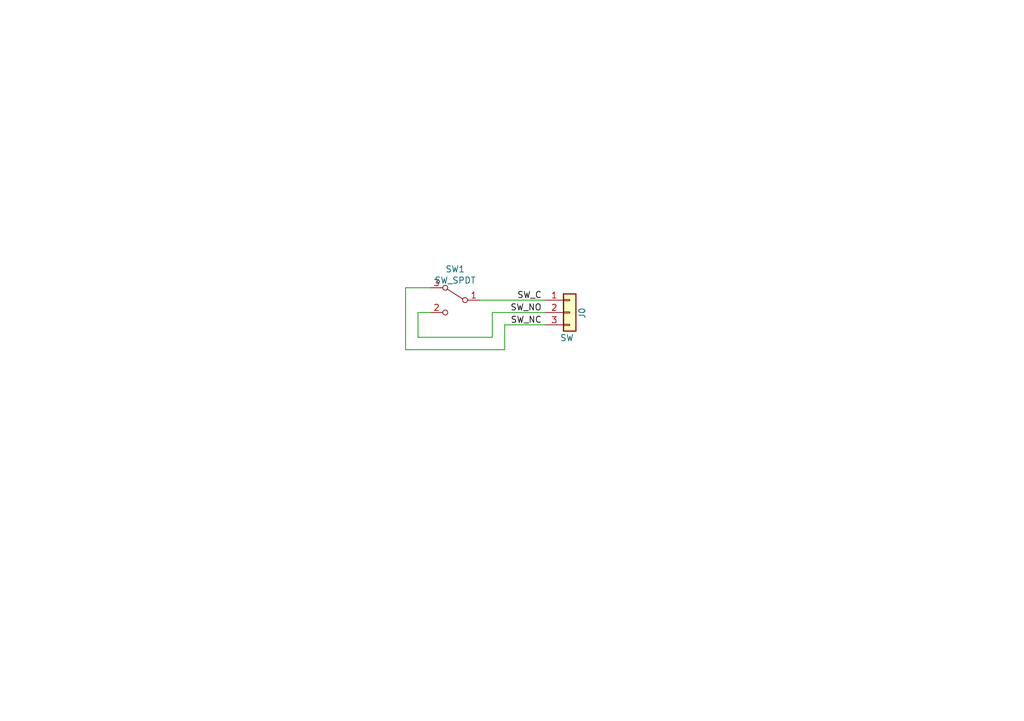
<source format=kicad_sch>
(kicad_sch (version 20210126) (generator eeschema)
  (paper "A5")
  (title_block (title "sammy") (date "2021-04-10") (rev "r0.1") (company "openinput                                       https://github.com/perigoso/openinput-hw") (comment 2 "This source describes Open Hardware and is licensed under the CERN-OHL-Pv2") (comment 4 "Copyright (c) Rafael Silva <perigoso@riseup.net>"))
  (lib_symbols
    (symbol "Connector_Generic:Conn_01x03" (pin_names (offset 1.016) hide)
      (property "Reference" "J" (at 0 5.08 0))
      (property "Value" "Conn_01x03" (at 0 -5.08 0))
      (symbol "Conn_01x03_1_1"
        (rectangle (start -1.27 -2.413) (end 0 -2.667) (stroke (width 0.1524)))
        (rectangle (start -1.27 0.127) (end 0 -0.127) (stroke (width 0.1524)))
        (rectangle (start -1.27 2.667) (end 0 2.413) (stroke (width 0.1524)))
        (rectangle (start -1.27 3.81) (end 1.27 -3.81) (stroke (width 0.254)) (fill (type background)))
        (pin passive line (at -5.08 2.54 0) (length 3.81) (name "Pin_1") (number "1"))
        (pin passive line (at -5.08 0 0) (length 3.81) (name "Pin_2") (number "2"))
        (pin passive line (at -5.08 -2.54 0) (length 3.81) (name "Pin_3") (number "3"))
      )
    )
    (symbol "switch:SW_SPDT" (pin_names (offset 0) hide)
      (property "Reference" "SW" (at 0 4.318 0))
      (property "Value" "SW_SPDT" (at 0 -5.08 0))
      (symbol "SW_SPDT_0_0"
        (circle (center -2.032 0) (radius 0.508))
        (circle (center 2.032 -2.54) (radius 0.508))
      )
      (symbol "SW_SPDT_0_1"
        (circle (center 2.032 2.54) (radius 0.508))
        (polyline (pts (xy -1.524 0.254) (xy 1.651 2.286)))
      )
      (symbol "SW_SPDT_1_1"
        (pin passive line (at -5.08 0 0) (length 2.54) (name "B") (number "1"))
        (pin passive line (at 5.08 -2.54 180) (length 2.54) (name "C") (number "2"))
        (pin passive line (at 5.08 2.54 180) (length 2.54) (name "A") (number "3"))
      )
    )
  )
  (wire (pts (xy 83.185 59.055) (xy 88.265 59.055)))
  (wire (pts (xy 83.185 71.755) (xy 83.185 59.055)))
  (wire (pts (xy 83.185 71.755) (xy 103.505 71.755)))
  (wire (pts (xy 85.725 64.135) (xy 85.725 69.215)))
  (wire (pts (xy 85.725 69.215) (xy 100.965 69.215)))
  (wire (pts (xy 88.265 64.135) (xy 85.725 64.135)))
  (wire (pts (xy 100.965 64.135) (xy 100.965 69.215)))
  (wire (pts (xy 100.965 64.135) (xy 111.76 64.135)))
  (wire (pts (xy 103.505 66.675) (xy 103.505 71.755)))
  (wire (pts (xy 111.76 61.595) (xy 98.425 61.595)))
  (wire (pts (xy 111.76 66.675) (xy 103.505 66.675)))
  (label "SW_C" (at 111.125 61.595 180))
  (label "SW_NO" (at 111.125 64.135 180))
  (label "SW_NC" (at 111.125 66.675 180))
  (symbol (lib_id "Connector_Generic:Conn_01x03") (at 116.84 64.135 0) (unit 1)
    (property "Reference" "J0" (at 119.3789 64.2621 90))
    (property "Value" "SW" (at 117.7152 69.3421 0) (effects (justify right)))
    (property "Footprint" "Connector_PinHeader_2.00mm:PinHeader_1x03_P2.00mm_Vertical" (effects hide))
  )
  (symbol (lib_id "switch:SW_SPDT") (at 93.345 61.595 0) (mirror y) (unit 1)
    (property "Reference" "SW1" (at 93.345 55.2408 0))
    (property "Value" "SW_SPDT" (at 93.345 57.5395 0))
    (property "Footprint" "Switches:Generic" (effects hide))
  )
)
</source>
